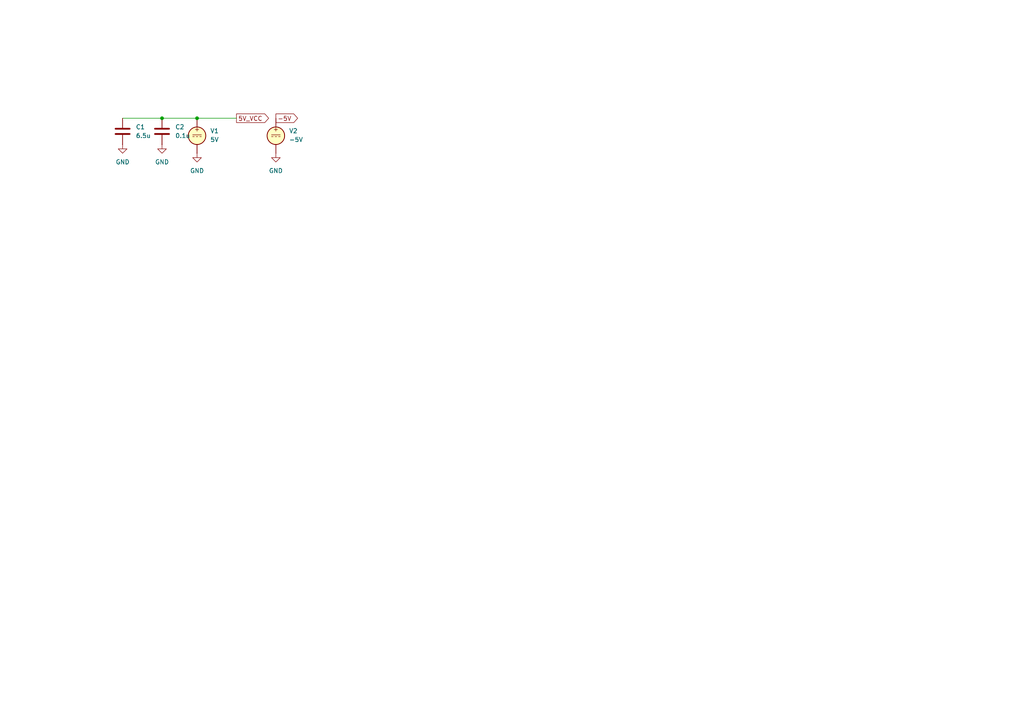
<source format=kicad_sch>
(kicad_sch
	(version 20231120)
	(generator "eeschema")
	(generator_version "8.0")
	(uuid "8be6b4d5-12ea-4559-b5c4-483db899dda4")
	(paper "A4")
	(lib_symbols
		(symbol "Device:C"
			(pin_numbers hide)
			(pin_names
				(offset 0.254)
			)
			(exclude_from_sim no)
			(in_bom yes)
			(on_board yes)
			(property "Reference" "C"
				(at 0.635 2.54 0)
				(effects
					(font
						(size 1.27 1.27)
					)
					(justify left)
				)
			)
			(property "Value" "C"
				(at 0.635 -2.54 0)
				(effects
					(font
						(size 1.27 1.27)
					)
					(justify left)
				)
			)
			(property "Footprint" ""
				(at 0.9652 -3.81 0)
				(effects
					(font
						(size 1.27 1.27)
					)
					(hide yes)
				)
			)
			(property "Datasheet" "~"
				(at 0 0 0)
				(effects
					(font
						(size 1.27 1.27)
					)
					(hide yes)
				)
			)
			(property "Description" "Unpolarized capacitor"
				(at 0 0 0)
				(effects
					(font
						(size 1.27 1.27)
					)
					(hide yes)
				)
			)
			(property "ki_keywords" "cap capacitor"
				(at 0 0 0)
				(effects
					(font
						(size 1.27 1.27)
					)
					(hide yes)
				)
			)
			(property "ki_fp_filters" "C_*"
				(at 0 0 0)
				(effects
					(font
						(size 1.27 1.27)
					)
					(hide yes)
				)
			)
			(symbol "C_0_1"
				(polyline
					(pts
						(xy -2.032 -0.762) (xy 2.032 -0.762)
					)
					(stroke
						(width 0.508)
						(type default)
					)
					(fill
						(type none)
					)
				)
				(polyline
					(pts
						(xy -2.032 0.762) (xy 2.032 0.762)
					)
					(stroke
						(width 0.508)
						(type default)
					)
					(fill
						(type none)
					)
				)
			)
			(symbol "C_1_1"
				(pin passive line
					(at 0 3.81 270)
					(length 2.794)
					(name "~"
						(effects
							(font
								(size 1.27 1.27)
							)
						)
					)
					(number "1"
						(effects
							(font
								(size 1.27 1.27)
							)
						)
					)
				)
				(pin passive line
					(at 0 -3.81 90)
					(length 2.794)
					(name "~"
						(effects
							(font
								(size 1.27 1.27)
							)
						)
					)
					(number "2"
						(effects
							(font
								(size 1.27 1.27)
							)
						)
					)
				)
			)
		)
		(symbol "Simulation_SPICE:VDC"
			(pin_numbers hide)
			(pin_names
				(offset 0.0254)
			)
			(exclude_from_sim no)
			(in_bom yes)
			(on_board yes)
			(property "Reference" "V"
				(at 2.54 2.54 0)
				(effects
					(font
						(size 1.27 1.27)
					)
					(justify left)
				)
			)
			(property "Value" "1"
				(at 2.54 0 0)
				(effects
					(font
						(size 1.27 1.27)
					)
					(justify left)
				)
			)
			(property "Footprint" ""
				(at 0 0 0)
				(effects
					(font
						(size 1.27 1.27)
					)
					(hide yes)
				)
			)
			(property "Datasheet" "https://ngspice.sourceforge.io/docs/ngspice-html-manual/manual.xhtml#sec_Independent_Sources_for"
				(at 0 0 0)
				(effects
					(font
						(size 1.27 1.27)
					)
					(hide yes)
				)
			)
			(property "Description" "Voltage source, DC"
				(at 0 0 0)
				(effects
					(font
						(size 1.27 1.27)
					)
					(hide yes)
				)
			)
			(property "Sim.Pins" "1=+ 2=-"
				(at 0 0 0)
				(effects
					(font
						(size 1.27 1.27)
					)
					(hide yes)
				)
			)
			(property "Sim.Type" "DC"
				(at 0 0 0)
				(effects
					(font
						(size 1.27 1.27)
					)
					(hide yes)
				)
			)
			(property "Sim.Device" "V"
				(at 0 0 0)
				(effects
					(font
						(size 1.27 1.27)
					)
					(justify left)
					(hide yes)
				)
			)
			(property "ki_keywords" "simulation"
				(at 0 0 0)
				(effects
					(font
						(size 1.27 1.27)
					)
					(hide yes)
				)
			)
			(symbol "VDC_0_0"
				(polyline
					(pts
						(xy -1.27 0.254) (xy 1.27 0.254)
					)
					(stroke
						(width 0)
						(type default)
					)
					(fill
						(type none)
					)
				)
				(polyline
					(pts
						(xy -0.762 -0.254) (xy -1.27 -0.254)
					)
					(stroke
						(width 0)
						(type default)
					)
					(fill
						(type none)
					)
				)
				(polyline
					(pts
						(xy 0.254 -0.254) (xy -0.254 -0.254)
					)
					(stroke
						(width 0)
						(type default)
					)
					(fill
						(type none)
					)
				)
				(polyline
					(pts
						(xy 1.27 -0.254) (xy 0.762 -0.254)
					)
					(stroke
						(width 0)
						(type default)
					)
					(fill
						(type none)
					)
				)
				(text "+"
					(at 0 1.905 0)
					(effects
						(font
							(size 1.27 1.27)
						)
					)
				)
			)
			(symbol "VDC_0_1"
				(circle
					(center 0 0)
					(radius 2.54)
					(stroke
						(width 0.254)
						(type default)
					)
					(fill
						(type background)
					)
				)
			)
			(symbol "VDC_1_1"
				(pin passive line
					(at 0 5.08 270)
					(length 2.54)
					(name "~"
						(effects
							(font
								(size 1.27 1.27)
							)
						)
					)
					(number "1"
						(effects
							(font
								(size 1.27 1.27)
							)
						)
					)
				)
				(pin passive line
					(at 0 -5.08 90)
					(length 2.54)
					(name "~"
						(effects
							(font
								(size 1.27 1.27)
							)
						)
					)
					(number "2"
						(effects
							(font
								(size 1.27 1.27)
							)
						)
					)
				)
			)
		)
		(symbol "power:GND"
			(power)
			(pin_numbers hide)
			(pin_names
				(offset 0) hide)
			(exclude_from_sim no)
			(in_bom yes)
			(on_board yes)
			(property "Reference" "#PWR"
				(at 0 -6.35 0)
				(effects
					(font
						(size 1.27 1.27)
					)
					(hide yes)
				)
			)
			(property "Value" "GND"
				(at 0 -3.81 0)
				(effects
					(font
						(size 1.27 1.27)
					)
				)
			)
			(property "Footprint" ""
				(at 0 0 0)
				(effects
					(font
						(size 1.27 1.27)
					)
					(hide yes)
				)
			)
			(property "Datasheet" ""
				(at 0 0 0)
				(effects
					(font
						(size 1.27 1.27)
					)
					(hide yes)
				)
			)
			(property "Description" "Power symbol creates a global label with name \"GND\" , ground"
				(at 0 0 0)
				(effects
					(font
						(size 1.27 1.27)
					)
					(hide yes)
				)
			)
			(property "ki_keywords" "global power"
				(at 0 0 0)
				(effects
					(font
						(size 1.27 1.27)
					)
					(hide yes)
				)
			)
			(symbol "GND_0_1"
				(polyline
					(pts
						(xy 0 0) (xy 0 -1.27) (xy 1.27 -1.27) (xy 0 -2.54) (xy -1.27 -1.27) (xy 0 -1.27)
					)
					(stroke
						(width 0)
						(type default)
					)
					(fill
						(type none)
					)
				)
			)
			(symbol "GND_1_1"
				(pin power_in line
					(at 0 0 270)
					(length 0)
					(name "~"
						(effects
							(font
								(size 1.27 1.27)
							)
						)
					)
					(number "1"
						(effects
							(font
								(size 1.27 1.27)
							)
						)
					)
				)
			)
		)
	)
	(junction
		(at 46.99 34.29)
		(diameter 0)
		(color 0 0 0 0)
		(uuid "7767a72a-0f22-466d-a26b-700ae9e34268")
	)
	(junction
		(at 57.15 34.29)
		(diameter 0)
		(color 0 0 0 0)
		(uuid "e07e4197-9c91-4e94-8d7b-a99cc02c967e")
	)
	(wire
		(pts
			(xy 46.99 34.29) (xy 57.15 34.29)
		)
		(stroke
			(width 0)
			(type default)
		)
		(uuid "11e61bd7-0b56-436a-8697-f6cad8515f92")
	)
	(wire
		(pts
			(xy 57.15 34.29) (xy 68.58 34.29)
		)
		(stroke
			(width 0)
			(type default)
		)
		(uuid "1402ef11-2c81-410f-9dbc-95545944192d")
	)
	(wire
		(pts
			(xy 35.56 34.29) (xy 46.99 34.29)
		)
		(stroke
			(width 0)
			(type default)
		)
		(uuid "5f34b861-bc58-4e50-bc3e-69a610e25c1b")
	)
	(global_label "5V_VCC"
		(shape output)
		(at 68.58 34.29 0)
		(fields_autoplaced yes)
		(effects
			(font
				(size 1.27 1.27)
			)
			(justify left)
		)
		(uuid "0073f630-f038-4d09-8858-510831364dad")
		(property "Intersheetrefs" "${INTERSHEET_REFS}"
			(at 78.4595 34.29 0)
			(effects
				(font
					(size 1.27 1.27)
				)
				(justify left)
				(hide yes)
			)
		)
	)
	(global_label "-5V"
		(shape output)
		(at 80.01 34.29 0)
		(fields_autoplaced yes)
		(effects
			(font
				(size 1.27 1.27)
			)
			(justify left)
		)
		(uuid "d96d6934-dfdd-4077-8f35-50e663f3a8fb")
		(property "Intersheetrefs" "${INTERSHEET_REFS}"
			(at 86.8657 34.29 0)
			(effects
				(font
					(size 1.27 1.27)
				)
				(justify left)
				(hide yes)
			)
		)
	)
	(symbol
		(lib_id "power:GND")
		(at 57.15 44.45 0)
		(unit 1)
		(exclude_from_sim no)
		(in_bom yes)
		(on_board yes)
		(dnp no)
		(fields_autoplaced yes)
		(uuid "627c8c30-d28d-4865-bd59-97b79cb3c6af")
		(property "Reference" "#PWR02"
			(at 57.15 50.8 0)
			(effects
				(font
					(size 1.27 1.27)
				)
				(hide yes)
			)
		)
		(property "Value" "GND"
			(at 57.15 49.53 0)
			(effects
				(font
					(size 1.27 1.27)
				)
			)
		)
		(property "Footprint" ""
			(at 57.15 44.45 0)
			(effects
				(font
					(size 1.27 1.27)
				)
				(hide yes)
			)
		)
		(property "Datasheet" ""
			(at 57.15 44.45 0)
			(effects
				(font
					(size 1.27 1.27)
				)
				(hide yes)
			)
		)
		(property "Description" "Power symbol creates a global label with name \"GND\" , ground"
			(at 57.15 44.45 0)
			(effects
				(font
					(size 1.27 1.27)
				)
				(hide yes)
			)
		)
		(pin "1"
			(uuid "889be88e-4fc1-4c5b-bd89-f753f3570541")
		)
		(instances
			(project ""
				(path "/8be6b4d5-12ea-4559-b5c4-483db899dda4"
					(reference "#PWR02")
					(unit 1)
				)
			)
		)
	)
	(symbol
		(lib_id "Device:C")
		(at 35.56 38.1 0)
		(unit 1)
		(exclude_from_sim no)
		(in_bom yes)
		(on_board yes)
		(dnp no)
		(fields_autoplaced yes)
		(uuid "9d56c030-4ef7-45ee-b565-a9503439bf6d")
		(property "Reference" "C1"
			(at 39.37 36.8299 0)
			(effects
				(font
					(size 1.27 1.27)
				)
				(justify left)
			)
		)
		(property "Value" "6.5u"
			(at 39.37 39.3699 0)
			(effects
				(font
					(size 1.27 1.27)
				)
				(justify left)
			)
		)
		(property "Footprint" ""
			(at 36.5252 41.91 0)
			(effects
				(font
					(size 1.27 1.27)
				)
				(hide yes)
			)
		)
		(property "Datasheet" "~"
			(at 35.56 38.1 0)
			(effects
				(font
					(size 1.27 1.27)
				)
				(hide yes)
			)
		)
		(property "Description" "Unpolarized capacitor"
			(at 35.56 38.1 0)
			(effects
				(font
					(size 1.27 1.27)
				)
				(hide yes)
			)
		)
		(pin "1"
			(uuid "6f5f7333-6fd4-41d8-8271-7786642f38e4")
		)
		(pin "2"
			(uuid "06a958eb-21d5-4b24-bfdb-f2ba6ee8c37f")
		)
		(instances
			(project ""
				(path "/8be6b4d5-12ea-4559-b5c4-483db899dda4"
					(reference "C1")
					(unit 1)
				)
			)
		)
	)
	(symbol
		(lib_id "Device:C")
		(at 46.99 38.1 0)
		(unit 1)
		(exclude_from_sim no)
		(in_bom yes)
		(on_board yes)
		(dnp no)
		(fields_autoplaced yes)
		(uuid "ad3c5782-867b-4691-b800-d65e42070291")
		(property "Reference" "C2"
			(at 50.8 36.8299 0)
			(effects
				(font
					(size 1.27 1.27)
				)
				(justify left)
			)
		)
		(property "Value" "0.1u"
			(at 50.8 39.3699 0)
			(effects
				(font
					(size 1.27 1.27)
				)
				(justify left)
			)
		)
		(property "Footprint" ""
			(at 47.9552 41.91 0)
			(effects
				(font
					(size 1.27 1.27)
				)
				(hide yes)
			)
		)
		(property "Datasheet" "~"
			(at 46.99 38.1 0)
			(effects
				(font
					(size 1.27 1.27)
				)
				(hide yes)
			)
		)
		(property "Description" "Unpolarized capacitor"
			(at 46.99 38.1 0)
			(effects
				(font
					(size 1.27 1.27)
				)
				(hide yes)
			)
		)
		(pin "1"
			(uuid "2aee459d-f6ba-4f2e-9e47-b954f388ade0")
		)
		(pin "2"
			(uuid "733b4f32-38df-4b37-a53c-51609ef99c9b")
		)
		(instances
			(project ""
				(path "/8be6b4d5-12ea-4559-b5c4-483db899dda4"
					(reference "C2")
					(unit 1)
				)
			)
		)
	)
	(symbol
		(lib_id "power:GND")
		(at 80.01 44.45 0)
		(unit 1)
		(exclude_from_sim no)
		(in_bom yes)
		(on_board yes)
		(dnp no)
		(fields_autoplaced yes)
		(uuid "b6768698-e52c-4a8e-9221-5a2a8e94fac1")
		(property "Reference" "#PWR04"
			(at 80.01 50.8 0)
			(effects
				(font
					(size 1.27 1.27)
				)
				(hide yes)
			)
		)
		(property "Value" "GND"
			(at 80.01 49.53 0)
			(effects
				(font
					(size 1.27 1.27)
				)
			)
		)
		(property "Footprint" ""
			(at 80.01 44.45 0)
			(effects
				(font
					(size 1.27 1.27)
				)
				(hide yes)
			)
		)
		(property "Datasheet" ""
			(at 80.01 44.45 0)
			(effects
				(font
					(size 1.27 1.27)
				)
				(hide yes)
			)
		)
		(property "Description" "Power symbol creates a global label with name \"GND\" , ground"
			(at 80.01 44.45 0)
			(effects
				(font
					(size 1.27 1.27)
				)
				(hide yes)
			)
		)
		(pin "1"
			(uuid "b7b1124e-ae62-472b-831c-cdcb716d20ac")
		)
		(instances
			(project ""
				(path "/8be6b4d5-12ea-4559-b5c4-483db899dda4"
					(reference "#PWR04")
					(unit 1)
				)
			)
		)
	)
	(symbol
		(lib_id "Simulation_SPICE:VDC")
		(at 80.01 39.37 0)
		(unit 1)
		(exclude_from_sim no)
		(in_bom yes)
		(on_board yes)
		(dnp no)
		(fields_autoplaced yes)
		(uuid "c5eb7893-7f11-4462-b0bf-3f343b6370cd")
		(property "Reference" "V2"
			(at 83.82 37.9701 0)
			(effects
				(font
					(size 1.27 1.27)
				)
				(justify left)
			)
		)
		(property "Value" "-5V"
			(at 83.82 40.5101 0)
			(effects
				(font
					(size 1.27 1.27)
				)
				(justify left)
			)
		)
		(property "Footprint" ""
			(at 80.01 39.37 0)
			(effects
				(font
					(size 1.27 1.27)
				)
				(hide yes)
			)
		)
		(property "Datasheet" "https://ngspice.sourceforge.io/docs/ngspice-html-manual/manual.xhtml#sec_Independent_Sources_for"
			(at 80.01 39.37 0)
			(effects
				(font
					(size 1.27 1.27)
				)
				(hide yes)
			)
		)
		(property "Description" "Voltage source, DC"
			(at 80.01 39.37 0)
			(effects
				(font
					(size 1.27 1.27)
				)
				(hide yes)
			)
		)
		(property "Sim.Pins" "1=+ 2=-"
			(at 80.01 39.37 0)
			(effects
				(font
					(size 1.27 1.27)
				)
				(hide yes)
			)
		)
		(property "Sim.Type" "DC"
			(at 80.01 39.37 0)
			(effects
				(font
					(size 1.27 1.27)
				)
				(hide yes)
			)
		)
		(property "Sim.Device" "V"
			(at 80.01 39.37 0)
			(effects
				(font
					(size 1.27 1.27)
				)
				(justify left)
				(hide yes)
			)
		)
		(pin "2"
			(uuid "7556fa86-3f22-4d6a-a6c1-02f63955959d")
		)
		(pin "1"
			(uuid "18f91b7e-8b36-44b4-9bb1-16c3b2930d08")
		)
		(instances
			(project ""
				(path "/8be6b4d5-12ea-4559-b5c4-483db899dda4"
					(reference "V2")
					(unit 1)
				)
			)
		)
	)
	(symbol
		(lib_id "Simulation_SPICE:VDC")
		(at 57.15 39.37 0)
		(unit 1)
		(exclude_from_sim no)
		(in_bom yes)
		(on_board yes)
		(dnp no)
		(fields_autoplaced yes)
		(uuid "c9d759b4-fcd9-4367-9ffb-1377bb8609e0")
		(property "Reference" "V1"
			(at 60.96 37.9701 0)
			(effects
				(font
					(size 1.27 1.27)
				)
				(justify left)
			)
		)
		(property "Value" "5V"
			(at 60.96 40.5101 0)
			(effects
				(font
					(size 1.27 1.27)
				)
				(justify left)
			)
		)
		(property "Footprint" ""
			(at 57.15 39.37 0)
			(effects
				(font
					(size 1.27 1.27)
				)
				(hide yes)
			)
		)
		(property "Datasheet" "https://ngspice.sourceforge.io/docs/ngspice-html-manual/manual.xhtml#sec_Independent_Sources_for"
			(at 57.15 39.37 0)
			(effects
				(font
					(size 1.27 1.27)
				)
				(hide yes)
			)
		)
		(property "Description" "Voltage source, DC"
			(at 57.15 39.37 0)
			(effects
				(font
					(size 1.27 1.27)
				)
				(hide yes)
			)
		)
		(property "Sim.Pins" "1=+ 2=-"
			(at 57.15 39.37 0)
			(effects
				(font
					(size 1.27 1.27)
				)
				(hide yes)
			)
		)
		(property "Sim.Type" "DC"
			(at 57.15 39.37 0)
			(effects
				(font
					(size 1.27 1.27)
				)
				(hide yes)
			)
		)
		(property "Sim.Device" "V"
			(at 57.15 39.37 0)
			(effects
				(font
					(size 1.27 1.27)
				)
				(justify left)
				(hide yes)
			)
		)
		(pin "1"
			(uuid "cf2fb69f-9500-49e0-a9cc-54a1c5406816")
		)
		(pin "2"
			(uuid "2f93ad2f-8540-497f-9e7f-b6c618879954")
		)
		(instances
			(project ""
				(path "/8be6b4d5-12ea-4559-b5c4-483db899dda4"
					(reference "V1")
					(unit 1)
				)
			)
		)
	)
	(symbol
		(lib_id "power:GND")
		(at 46.99 41.91 0)
		(unit 1)
		(exclude_from_sim no)
		(in_bom yes)
		(on_board yes)
		(dnp no)
		(fields_autoplaced yes)
		(uuid "e924646a-c6cb-4341-a5f0-4af31b3468da")
		(property "Reference" "#PWR03"
			(at 46.99 48.26 0)
			(effects
				(font
					(size 1.27 1.27)
				)
				(hide yes)
			)
		)
		(property "Value" "GND"
			(at 46.99 46.99 0)
			(effects
				(font
					(size 1.27 1.27)
				)
			)
		)
		(property "Footprint" ""
			(at 46.99 41.91 0)
			(effects
				(font
					(size 1.27 1.27)
				)
				(hide yes)
			)
		)
		(property "Datasheet" ""
			(at 46.99 41.91 0)
			(effects
				(font
					(size 1.27 1.27)
				)
				(hide yes)
			)
		)
		(property "Description" "Power symbol creates a global label with name \"GND\" , ground"
			(at 46.99 41.91 0)
			(effects
				(font
					(size 1.27 1.27)
				)
				(hide yes)
			)
		)
		(pin "1"
			(uuid "0776e2c1-39a0-44e4-a407-66e36b8f5bbe")
		)
		(instances
			(project ""
				(path "/8be6b4d5-12ea-4559-b5c4-483db899dda4"
					(reference "#PWR03")
					(unit 1)
				)
			)
		)
	)
	(symbol
		(lib_id "power:GND")
		(at 35.56 41.91 0)
		(unit 1)
		(exclude_from_sim no)
		(in_bom yes)
		(on_board yes)
		(dnp no)
		(fields_autoplaced yes)
		(uuid "f216f339-781b-4329-8090-f407a0c5c6b8")
		(property "Reference" "#PWR01"
			(at 35.56 48.26 0)
			(effects
				(font
					(size 1.27 1.27)
				)
				(hide yes)
			)
		)
		(property "Value" "GND"
			(at 35.56 46.99 0)
			(effects
				(font
					(size 1.27 1.27)
				)
			)
		)
		(property "Footprint" ""
			(at 35.56 41.91 0)
			(effects
				(font
					(size 1.27 1.27)
				)
				(hide yes)
			)
		)
		(property "Datasheet" ""
			(at 35.56 41.91 0)
			(effects
				(font
					(size 1.27 1.27)
				)
				(hide yes)
			)
		)
		(property "Description" "Power symbol creates a global label with name \"GND\" , ground"
			(at 35.56 41.91 0)
			(effects
				(font
					(size 1.27 1.27)
				)
				(hide yes)
			)
		)
		(pin "1"
			(uuid "29ae24f2-cb86-4210-bd93-708c39c8bb73")
		)
		(instances
			(project ""
				(path "/8be6b4d5-12ea-4559-b5c4-483db899dda4"
					(reference "#PWR01")
					(unit 1)
				)
			)
		)
	)
	(sheet_instances
		(path "/"
			(page "1")
		)
	)
)

</source>
